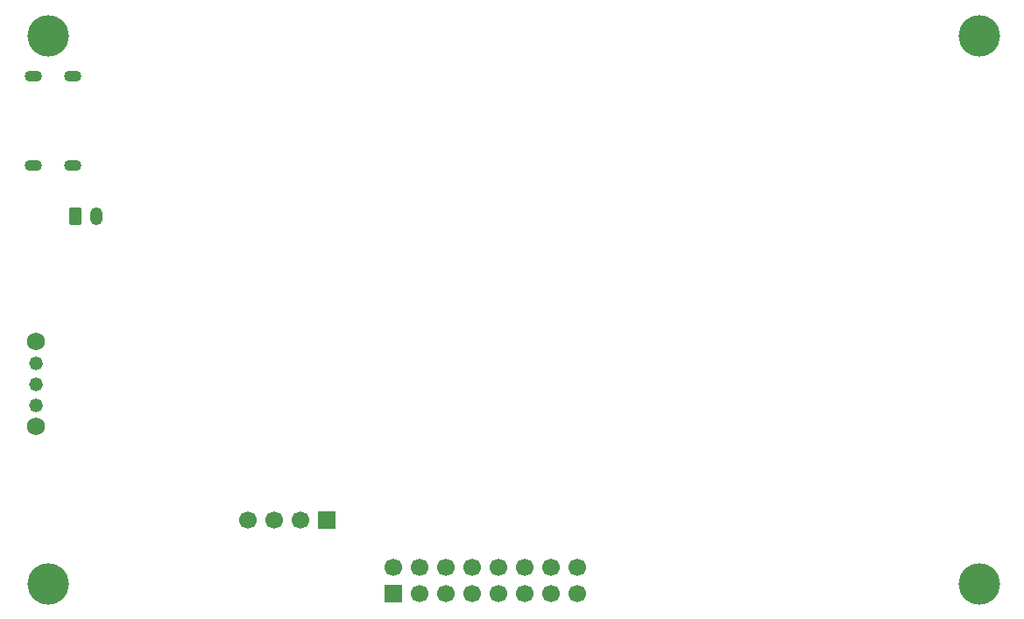
<source format=gbr>
%TF.GenerationSoftware,KiCad,Pcbnew,9.0.4*%
%TF.CreationDate,2026-01-26T21:10:16+09:00*%
%TF.ProjectId,BLE_LED_Dongle,424c455f-4c45-4445-9f44-6f6e676c652e,rev?*%
%TF.SameCoordinates,Original*%
%TF.FileFunction,Soldermask,Bot*%
%TF.FilePolarity,Negative*%
%FSLAX46Y46*%
G04 Gerber Fmt 4.6, Leading zero omitted, Abs format (unit mm)*
G04 Created by KiCad (PCBNEW 9.0.4) date 2026-01-26 21:10:16*
%MOMM*%
%LPD*%
G01*
G04 APERTURE LIST*
G04 Aperture macros list*
%AMRoundRect*
0 Rectangle with rounded corners*
0 $1 Rounding radius*
0 $2 $3 $4 $5 $6 $7 $8 $9 X,Y pos of 4 corners*
0 Add a 4 corners polygon primitive as box body*
4,1,4,$2,$3,$4,$5,$6,$7,$8,$9,$2,$3,0*
0 Add four circle primitives for the rounded corners*
1,1,$1+$1,$2,$3*
1,1,$1+$1,$4,$5*
1,1,$1+$1,$6,$7*
1,1,$1+$1,$8,$9*
0 Add four rect primitives between the rounded corners*
20,1,$1+$1,$2,$3,$4,$5,0*
20,1,$1+$1,$4,$5,$6,$7,0*
20,1,$1+$1,$6,$7,$8,$9,0*
20,1,$1+$1,$8,$9,$2,$3,0*%
G04 Aperture macros list end*
%ADD10C,4.000000*%
%ADD11R,1.700000X1.700000*%
%ADD12C,1.700000*%
%ADD13RoundRect,0.250000X-0.350000X-0.625000X0.350000X-0.625000X0.350000X0.625000X-0.350000X0.625000X0*%
%ADD14O,1.200000X1.750000*%
%ADD15O,1.700000X1.100000*%
%ADD16C,1.320800*%
%ADD17C,1.752600*%
G04 APERTURE END LIST*
D10*
%TO.C,REF\u002A\u002A*%
X186000000Y-76000000D03*
%TD*%
%TO.C,REF\u002A\u002A*%
X186000000Y-23000000D03*
%TD*%
%TO.C,REF\u002A\u002A*%
X96000000Y-76000000D03*
%TD*%
%TO.C,REF\u002A\u002A*%
X96000000Y-23000000D03*
%TD*%
D11*
%TO.C,J2*%
X129391189Y-76950800D03*
D12*
X129391189Y-74410800D03*
X131931189Y-76950800D03*
X131931189Y-74410800D03*
X134471189Y-76950800D03*
X134471189Y-74410800D03*
X137011189Y-76950800D03*
X137011189Y-74410800D03*
X139551189Y-76950800D03*
X139551189Y-74410800D03*
X142091189Y-76950800D03*
X142091189Y-74410800D03*
X144631189Y-76950800D03*
X144631189Y-74410800D03*
X147171189Y-76950800D03*
X147171189Y-74410800D03*
%TD*%
D13*
%TO.C,BT1*%
X98657189Y-40501800D03*
D14*
X100657189Y-40501800D03*
%TD*%
D15*
%TO.C,J3*%
X98355189Y-26910800D03*
X94555189Y-26910800D03*
X98355189Y-35550800D03*
X94555189Y-35550800D03*
%TD*%
D11*
%TO.C,J1*%
X122914189Y-69838800D03*
D12*
X120374189Y-69838800D03*
X117834189Y-69838800D03*
X115294189Y-69838800D03*
%TD*%
D16*
%TO.C,SW1*%
X94847189Y-54725800D03*
X94847189Y-56725801D03*
X94847189Y-58725802D03*
D17*
X94847189Y-52625802D03*
X94847189Y-60825800D03*
%TD*%
M02*

</source>
